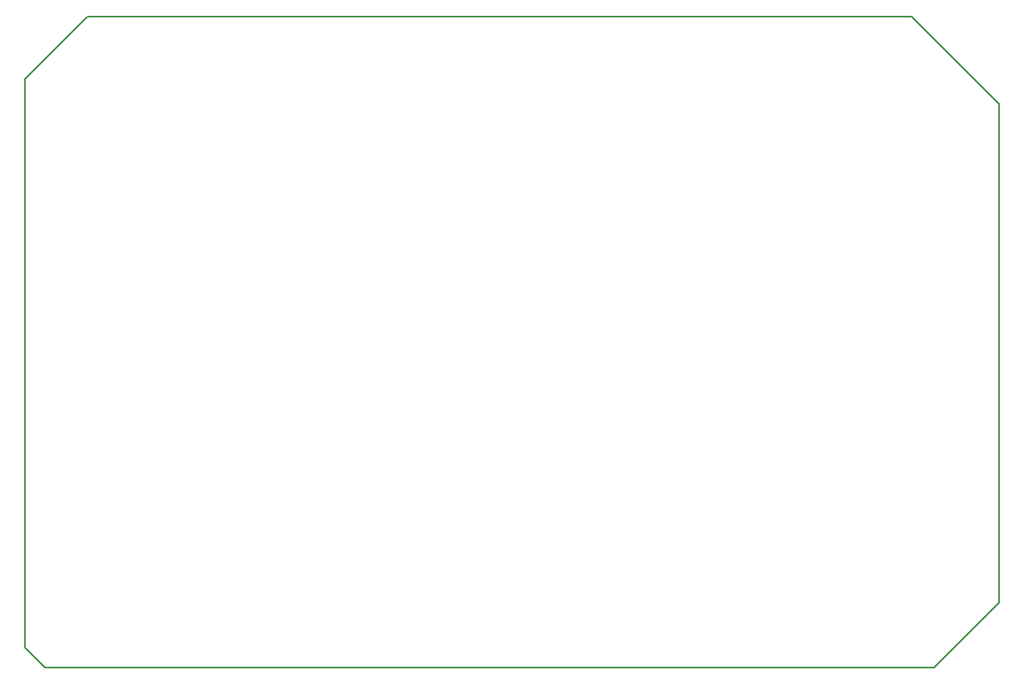
<source format=gbr>
G04 #@! TF.GenerationSoftware,KiCad,Pcbnew,(5.0.0-rc2-37-ga8db21319)*
G04 #@! TF.CreationDate,2018-06-29T03:36:38+01:00*
G04 #@! TF.ProjectId,tug,7475672E6B696361645F706362000000,rev?*
G04 #@! TF.SameCoordinates,Original*
G04 #@! TF.FileFunction,Profile,NP*
%FSLAX46Y46*%
G04 Gerber Fmt 4.6, Leading zero omitted, Abs format (unit mm)*
G04 Created by KiCad (PCBNEW (5.0.0-rc2-37-ga8db21319)) date Fri Jun 29 03:36:38 2018*
%MOMM*%
%LPD*%
G01*
G04 APERTURE LIST*
%ADD10C,0.150000*%
G04 APERTURE END LIST*
D10*
X109728000Y-61976000D02*
X107950000Y-63754000D01*
X193548000Y-61976000D02*
X109728000Y-61976000D01*
X195326000Y-63754000D02*
X193548000Y-61976000D01*
X199898000Y-124206000D02*
X195834000Y-128270000D01*
X105410000Y-128270000D02*
X195834000Y-128270000D01*
X103378000Y-126238000D02*
X105410000Y-128270000D01*
X103378000Y-124714000D02*
X103378000Y-126238000D01*
X103378000Y-121666000D02*
X103378000Y-124714000D01*
X202438000Y-81026000D02*
X202438000Y-120396000D01*
X103378000Y-68326000D02*
X107950000Y-63754000D01*
X199898000Y-68326000D02*
X195326000Y-63754000D01*
X202438000Y-121666000D02*
X199898000Y-124206000D01*
X202438000Y-120396000D02*
X202438000Y-121666000D01*
X202438000Y-70866000D02*
X202438000Y-81026000D01*
X199898000Y-68326000D02*
X202438000Y-70866000D01*
X103378000Y-121666000D02*
X103378000Y-68326000D01*
M02*

</source>
